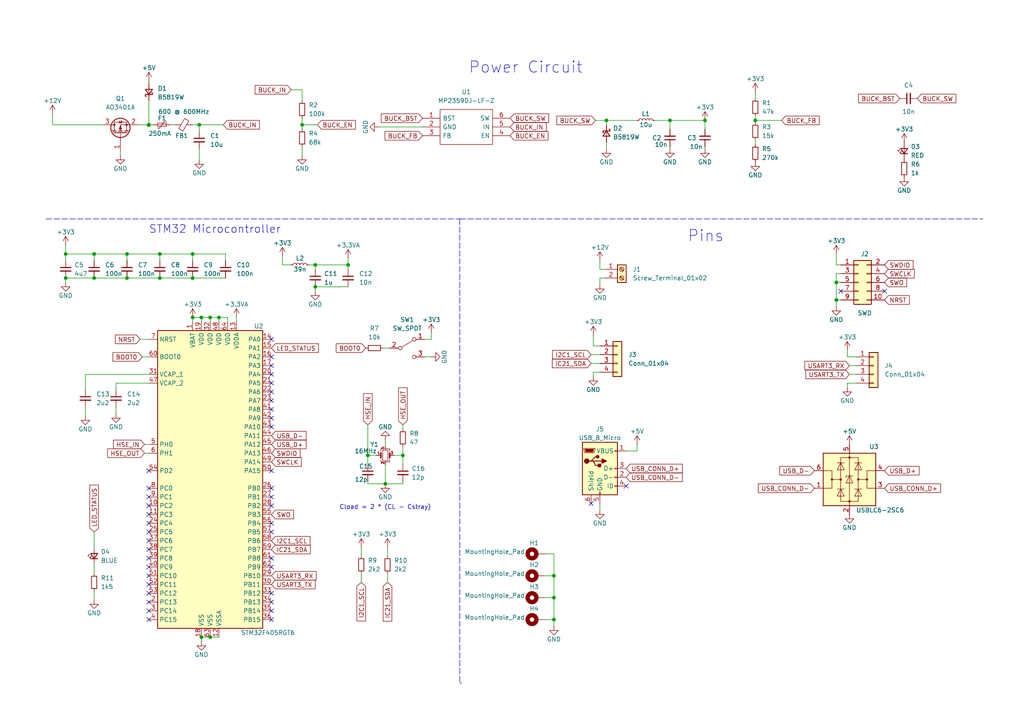
<source format=kicad_sch>
(kicad_sch (version 20211123) (generator eeschema)
  (paper "A4")
  (title_block (title "STM32F4 Board") (date "2022-04-20") (rev "v2.0") (company "M.Furkan"))
  (lib_symbols
    (symbol "Connector:Screw_Terminal_01x02" (pin_names (offset 1.016) hide)
      (property "Reference" "J" (at 0 2.54 0))
      (property "Value" "Screw_Terminal_01x02" (at 0 -5.08 0))
      (symbol "Screw_Terminal_01x02_1_1"
        (pin passive line (at -5.08 0 0) (length 3.81) (name "Pin_1") (number "1"))
        (pin passive line (at -5.08 -2.54 0) (length 3.81) (name "Pin_2") (number "2"))
      )
    )
    (symbol "Connector:USB_B_Micro" (pin_names (offset 1.016))
      (property "Reference" "J" (at -5.08 11.43 0))
      (property "Value" "USB_B_Micro" (at -5.08 8.89 0))
      (symbol "USB_B_Micro_1_1"
        (pin power_out line (at 7.62 5.08 180) (length 2.54) (name "VBUS") (number "1"))
        (pin bidirectional line (at 7.62 -2.54 180) (length 2.54) (name "D-") (number "2"))
        (pin bidirectional line (at 7.62 0 180) (length 2.54) (name "D+") (number "3"))
        (pin passive line (at 7.62 -5.08 180) (length 2.54) (name "ID") (number "4"))
        (pin power_out line (at 0 -10.16 90) (length 2.54) (name "GND") (number "5"))
        (pin passive line (at -2.54 -10.16 90) (length 2.54) (name "Shield") (number "6"))
      )
    )
    (symbol "Connector_Generic:Conn_01x04" (pin_names (offset 1.016) hide)
      (property "Reference" "J" (at 0 5.08 0))
      (property "Value" "Conn_01x04" (at 0 -7.62 0))
      (symbol "Conn_01x04_1_1"
        (pin passive line (at -5.08 2.54 0) (length 3.81) (name "Pin_1") (number "1"))
        (pin passive line (at -5.08 0 0) (length 3.81) (name "Pin_2") (number "2"))
        (pin passive line (at -5.08 -2.54 0) (length 3.81) (name "Pin_3") (number "3"))
        (pin passive line (at -5.08 -5.08 0) (length 3.81) (name "Pin_4") (number "4"))
      )
    )
    (symbol "Connector_Generic:Conn_02x05_Odd_Even" (pin_names (offset 1.016) hide)
      (property "Reference" "J" (at 1.27 7.62 0))
      (property "Value" "Conn_02x05_Odd_Even" (at 1.27 -7.62 0))
      (symbol "Conn_02x05_Odd_Even_1_1"
        (pin passive line (at -5.08 5.08 0) (length 3.81) (name "Pin_1") (number "1"))
        (pin passive line (at 7.62 -5.08 180) (length 3.81) (name "Pin_10") (number "10"))
        (pin passive line (at 7.62 5.08 180) (length 3.81) (name "Pin_2") (number "2"))
        (pin passive line (at -5.08 2.54 0) (length 3.81) (name "Pin_3") (number "3"))
        (pin passive line (at 7.62 2.54 180) (length 3.81) (name "Pin_4") (number "4"))
        (pin passive line (at -5.08 0 0) (length 3.81) (name "Pin_5") (number "5"))
        (pin passive line (at 7.62 0 180) (length 3.81) (name "Pin_6") (number "6"))
        (pin passive line (at -5.08 -2.54 0) (length 3.81) (name "Pin_7") (number "7"))
        (pin passive line (at 7.62 -2.54 180) (length 3.81) (name "Pin_8") (number "8"))
        (pin passive line (at -5.08 -5.08 0) (length 3.81) (name "Pin_9") (number "9"))
      )
    )
    (symbol "Device:C_Small" (pin_numbers hide) (pin_names (offset 0.254) hide)
      (property "Reference" "C" (at 0.254 1.778 0))
      (property "Value" "C_Small" (at 0.254 -2.032 0))
      (symbol "C_Small_1_1"
        (pin passive line (at 0 2.54 270) (length 2.032) (name "~") (number "1"))
        (pin passive line (at 0 -2.54 90) (length 2.032) (name "~") (number "2"))
      )
    )
    (symbol "Device:Crystal_GND24_Small" (pin_names (offset 1.016) hide)
      (property "Reference" "Y" (at 1.27 4.445 0))
      (property "Value" "Crystal_GND24_Small" (at 1.27 2.54 0))
      (symbol "Crystal_GND24_Small_1_1"
        (pin passive line (at -2.54 0 0) (length 1.27) (name "1") (number "1"))
        (pin passive line (at 0 -2.54 90) (length 0.635) (name "2") (number "2"))
        (pin passive line (at 2.54 0 180) (length 1.27) (name "3") (number "3"))
        (pin passive line (at 0 2.54 270) (length 0.635) (name "4") (number "4"))
      )
    )
    (symbol "Device:D_Schottky_Small" (pin_numbers hide) (pin_names (offset 0.254) hide)
      (property "Reference" "D" (at -1.27 2.032 0))
      (property "Value" "D_Schottky_Small" (at -7.112 -2.032 0))
      (symbol "D_Schottky_Small_1_1"
        (pin passive line (at -2.54 0 0) (length 1.778) (name "K") (number "1"))
        (pin passive line (at 2.54 0 180) (length 1.778) (name "A") (number "2"))
      )
    )
    (symbol "Device:FerriteBead_Small" (pin_numbers hide) (pin_names (offset 0))
      (property "Reference" "FB" (at 1.905 1.27 0))
      (property "Value" "FerriteBead_Small" (at 1.905 -1.27 0))
      (symbol "FerriteBead_Small_1_1"
        (pin passive line (at 0 2.54 270) (length 1.27) (name "~") (number "1"))
        (pin passive line (at 0 -2.54 90) (length 1.27) (name "~") (number "2"))
      )
    )
    (symbol "Device:LED_Small" (pin_numbers hide) (pin_names (offset 0.254) hide)
      (property "Reference" "D" (at -1.27 3.175 0))
      (property "Value" "LED_Small" (at -4.445 -2.54 0))
      (symbol "LED_Small_1_1"
        (pin passive line (at -2.54 0 0) (length 1.778) (name "K") (number "1"))
        (pin passive line (at 2.54 0 180) (length 1.778) (name "A") (number "2"))
      )
    )
    (symbol "Device:L_Small" (pin_numbers hide) (pin_names (offset 0.254) hide)
      (property "Reference" "L" (at 0.762 1.016 0))
      (property "Value" "L_Small" (at 0.762 -1.016 0))
      (symbol "L_Small_1_1"
        (pin passive line (at 0 2.54 270) (length 0.508) (name "~") (number "1"))
        (pin passive line (at 0 -2.54 90) (length 0.508) (name "~") (number "2"))
      )
    )
    (symbol "Device:Polyfuse_Small" (pin_numbers hide) (pin_names (offset 0))
      (property "Reference" "F" (at -1.905 0 90))
      (property "Value" "Polyfuse_Small" (at 1.905 0 90))
      (symbol "Polyfuse_Small_1_1"
        (pin passive line (at 0 2.54 270) (length 0.635) (name "~") (number "1"))
        (pin passive line (at 0 -2.54 90) (length 0.635) (name "~") (number "2"))
      )
    )
    (symbol "Device:R_Small" (pin_numbers hide) (pin_names (offset 0.254) hide)
      (property "Reference" "R" (at 0.762 0.508 0))
      (property "Value" "R_Small" (at 0.762 -1.016 0))
      (symbol "R_Small_1_1"
        (pin passive line (at 0 2.54 270) (length 0.762) (name "~") (number "1"))
        (pin passive line (at 0 -2.54 90) (length 0.762) (name "~") (number "2"))
      )
    )
    (symbol "MCU_ST_STM32F4:STM32F405RGTx"
      (property "Reference" "U" (at -15.24 44.45 0))
      (property "Value" "STM32F405RGTx" (at 10.16 44.45 0))
      (symbol "STM32F405RGTx_1_1"
        (pin power_in line (at -5.08 45.72 270) (length 2.54) (name "VBAT") (number "1"))
        (pin bidirectional line (at -17.78 -7.62 0) (length 2.54) (name "PC2") (number "10"))
        (pin bidirectional line (at -17.78 -10.16 0) (length 2.54) (name "PC3") (number "11"))
        (pin power_in line (at 2.54 -45.72 90) (length 2.54) (name "VSSA") (number "12"))
        (pin power_in line (at 7.62 45.72 270) (length 2.54) (name "VDDA") (number "13"))
        (pin bidirectional line (at 17.78 40.64 180) (length 2.54) (name "PA0") (number "14"))
        (pin bidirectional line (at 17.78 38.1 180) (length 2.54) (name "PA1") (number "15"))
        (pin bidirectional line (at 17.78 35.56 180) (length 2.54) (name "PA2") (number "16"))
        (pin bidirectional line (at 17.78 33.02 180) (length 2.54) (name "PA3") (number "17"))
        (pin power_in line (at -2.54 -45.72 90) (length 2.54) (name "VSS") (number "18"))
        (pin power_in line (at -2.54 45.72 270) (length 2.54) (name "VDD") (number "19"))
        (pin bidirectional line (at -17.78 -35.56 0) (length 2.54) (name "PC13") (number "2"))
        (pin bidirectional line (at 17.78 30.48 180) (length 2.54) (name "PA4") (number "20"))
        (pin bidirectional line (at 17.78 27.94 180) (length 2.54) (name "PA5") (number "21"))
        (pin bidirectional line (at 17.78 25.4 180) (length 2.54) (name "PA6") (number "22"))
        (pin bidirectional line (at 17.78 22.86 180) (length 2.54) (name "PA7") (number "23"))
        (pin bidirectional line (at -17.78 -12.7 0) (length 2.54) (name "PC4") (number "24"))
        (pin bidirectional line (at -17.78 -15.24 0) (length 2.54) (name "PC5") (number "25"))
        (pin bidirectional line (at 17.78 -2.54 180) (length 2.54) (name "PB0") (number "26"))
        (pin bidirectional line (at 17.78 -5.08 180) (length 2.54) (name "PB1") (number "27"))
        (pin bidirectional line (at 17.78 -7.62 180) (length 2.54) (name "PB2") (number "28"))
        (pin bidirectional line (at 17.78 -27.94 180) (length 2.54) (name "PB10") (number "29"))
        (pin bidirectional line (at -17.78 -38.1 0) (length 2.54) (name "PC14") (number "3"))
        (pin bidirectional line (at 17.78 -30.48 180) (length 2.54) (name "PB11") (number "30"))
        (pin power_in line (at -17.78 30.48 0) (length 2.54) (name "VCAP_1") (number "31"))
        (pin power_in line (at 0 45.72 270) (length 2.54) (name "VDD") (number "32"))
        (pin bidirectional line (at 17.78 -33.02 180) (length 2.54) (name "PB12") (number "33"))
        (pin bidirectional line (at 17.78 -35.56 180) (length 2.54) (name "PB13") (number "34"))
        (pin bidirectional line (at 17.78 -38.1 180) (length 2.54) (name "PB14") (number "35"))
        (pin bidirectional line (at 17.78 -40.64 180) (length 2.54) (name "PB15") (number "36"))
        (pin bidirectional line (at -17.78 -17.78 0) (length 2.54) (name "PC6") (number "37"))
        (pin bidirectional line (at -17.78 -20.32 0) (length 2.54) (name "PC7") (number "38"))
        (pin bidirectional line (at -17.78 -22.86 0) (length 2.54) (name "PC8") (number "39"))
        (pin bidirectional line (at -17.78 -40.64 0) (length 2.54) (name "PC15") (number "4"))
        (pin bidirectional line (at -17.78 -25.4 0) (length 2.54) (name "PC9") (number "40"))
        (pin bidirectional line (at 17.78 20.32 180) (length 2.54) (name "PA8") (number "41"))
        (pin bidirectional line (at 17.78 17.78 180) (length 2.54) (name "PA9") (number "42"))
        (pin bidirectional line (at 17.78 15.24 180) (length 2.54) (name "PA10") (number "43"))
        (pin bidirectional line (at 17.78 12.7 180) (length 2.54) (name "PA11") (number "44"))
        (pin bidirectional line (at 17.78 10.16 180) (length 2.54) (name "PA12") (number "45"))
        (pin bidirectional line (at 17.78 7.62 180) (length 2.54) (name "PA13") (number "46"))
        (pin power_in line (at -17.78 27.94 0) (length 2.54) (name "VCAP_2") (number "47"))
        (pin power_in line (at 2.54 45.72 270) (length 2.54) (name "VDD") (number "48"))
        (pin bidirectional line (at 17.78 5.08 180) (length 2.54) (name "PA14") (number "49"))
        (pin input line (at -17.78 10.16 0) (length 2.54) (name "PH0") (number "5"))
        (pin bidirectional line (at 17.78 2.54 180) (length 2.54) (name "PA15") (number "50"))
        (pin bidirectional line (at -17.78 -27.94 0) (length 2.54) (name "PC10") (number "51"))
        (pin bidirectional line (at -17.78 -30.48 0) (length 2.54) (name "PC11") (number "52"))
        (pin bidirectional line (at -17.78 -33.02 0) (length 2.54) (name "PC12") (number "53"))
        (pin bidirectional line (at -17.78 2.54 0) (length 2.54) (name "PD2") (number "54"))
        (pin bidirectional line (at 17.78 -10.16 180) (length 2.54) (name "PB3") (number "55"))
        (pin bidirectional line (at 17.78 -12.7 180) (length 2.54) (name "PB4") (number "56"))
        (pin bidirectional line (at 17.78 -15.24 180) (length 2.54) (name "PB5") (number "57"))
        (pin bidirectional line (at 17.78 -17.78 180) (length 2.54) (name "PB6") (number "58"))
        (pin bidirectional line (at 17.78 -20.32 180) (length 2.54) (name "PB7") (number "59"))
        (pin input line (at -17.78 7.62 0) (length 2.54) (name "PH1") (number "6"))
        (pin input line (at -17.78 35.56 0) (length 2.54) (name "BOOT0") (number "60"))
        (pin bidirectional line (at 17.78 -22.86 180) (length 2.54) (name "PB8") (number "61"))
        (pin bidirectional line (at 17.78 -25.4 180) (length 2.54) (name "PB9") (number "62"))
        (pin power_in line (at 0 -45.72 90) (length 2.54) (name "VSS") (number "63"))
        (pin power_in line (at 5.08 45.72 270) (length 2.54) (name "VDD") (number "64"))
        (pin input line (at -17.78 40.64 0) (length 2.54) (name "NRST") (number "7"))
        (pin bidirectional line (at -17.78 -2.54 0) (length 2.54) (name "PC0") (number "8"))
        (pin bidirectional line (at -17.78 -5.08 0) (length 2.54) (name "PC1") (number "9"))
      )
    )
    (symbol "Mechanical:MountingHole_Pad" (pin_numbers hide) (pin_names (offset 1.016) hide)
      (property "Reference" "H" (at 0 6.35 0))
      (property "Value" "MountingHole_Pad" (at 0 4.445 0))
      (symbol "MountingHole_Pad_1_1"
        (pin input line (at 0 -2.54 90) (length 2.54) (name "1") (number "1"))
      )
    )
    (symbol "Power_Protection:USBLC6-2SC6" (pin_names hide)
      (property "Reference" "U" (at 2.54 8.89 0))
      (property "Value" "USBLC6-2SC6" (at 2.54 -8.89 0))
      (symbol "USBLC6-2SC6_1_1"
        (pin passive line (at -10.16 -2.54 0) (length 2.54) (name "I/O1") (number "1"))
        (pin passive line (at 0 -10.16 90) (length 2.54) (name "GND") (number "2"))
        (pin passive line (at 10.16 -2.54 180) (length 2.54) (name "I/O2") (number "3"))
        (pin passive line (at 10.16 2.54 180) (length 2.54) (name "I/O2") (number "4"))
        (pin passive line (at 0 10.16 270) (length 2.54) (name "VBUS") (number "5"))
        (pin passive line (at -10.16 2.54 0) (length 2.54) (name "I/O1") (number "6"))
      )
    )
    (symbol "SamacSys_Parts:MP2359DJ-LF-Z" (pin_names (offset 0.762))
      (property "Reference" "IC" (at 21.59 7.62 0))
      (property "Value" "MP2359DJ-LF-Z" (at 21.59 5.08 0))
      (symbol "MP2359DJ-LF-Z_0_0"
        (pin passive line (at 0 0 0) (length 5.08) (name "BST") (number "1"))
        (pin passive line (at 0 -2.54 0) (length 5.08) (name "GND") (number "2"))
        (pin passive line (at 0 -5.08 0) (length 5.08) (name "FB") (number "3"))
        (pin passive line (at 25.4 -5.08 180) (length 5.08) (name "EN") (number "4"))
        (pin passive line (at 25.4 -2.54 180) (length 5.08) (name "IN") (number "5"))
        (pin passive line (at 25.4 0 180) (length 5.08) (name "SW") (number "6"))
      )
    )
    (symbol "Switch:SW_SPDT" (pin_names (offset 0) hide)
      (property "Reference" "SW" (at 0 4.318 0))
      (property "Value" "SW_SPDT" (at 0 -5.08 0))
      (symbol "SW_SPDT_1_1"
        (pin passive line (at 5.08 2.54 180) (length 2.54) (name "A") (number "1"))
        (pin passive line (at -5.08 0 0) (length 2.54) (name "B") (number "2"))
        (pin passive line (at 5.08 -2.54 180) (length 2.54) (name "C") (number "3"))
      )
    )
    (symbol "Transistor_FET:AO3401A" (pin_names hide)
      (property "Reference" "Q" (at 5.08 1.905 0))
      (property "Value" "AO3401A" (at 5.08 0 0))
      (symbol "AO3401A_1_1"
        (pin input line (at -5.08 0 0) (length 2.54) (name "G") (number "1"))
        (pin passive line (at 2.54 -5.08 90) (length 2.54) (name "S") (number "2"))
        (pin passive line (at 2.54 5.08 270) (length 2.54) (name "D") (number "3"))
      )
    )
    (symbol "power:+12V" (power) (pin_names (offset 0))
      (property "Value" "+12V" (at 0 3.556 0))
      (symbol "+12V_1_1"
        (pin power_in line (at 0 0 90) (length 0) hide (name "+12V") (number "1"))
      )
    )
    (symbol "power:+3.3V" (power) (pin_names (offset 0))
      (property "Value" "+3.3V" (at 0 3.556 0))
      (symbol "+3.3V_1_1"
        (pin power_in line (at 0 0 90) (length 0) hide (name "+3V3") (number "1"))
      )
    )
    (symbol "power:+3.3VA" (power) (pin_names (offset 0))
      (property "Value" "+3.3VA" (at 0 3.556 0))
      (symbol "+3.3VA_1_1"
        (pin power_in line (at 0 0 90) (length 0) hide (name "+3.3VA") (number "1"))
      )
    )
    (symbol "power:+5V" (power) (pin_names (offset 0))
      (property "Value" "+5V" (at 0 3.556 0))
      (symbol "+5V_1_1"
        (pin power_in line (at 0 0 90) (length 0) hide (name "+5V") (number "1"))
      )
    )
    (symbol "power:GND" (power) (pin_names (offset 0))
      (property "Value" "GND" (at 0 -3.81 0))
      (symbol "GND_1_1"
        (pin power_in line (at 0 0 270) (length 0) hide (name "GND") (number "1"))
      )
    )
  )
  (junction (at 175.895 34.925))
  (junction (at 106.68 132.08))
  (junction (at 43.1292 36.2712))
  (junction (at 58.42 92.075))
  (junction (at 242.57 86.995))
  (junction (at 87.63 36.195))
  (junction (at 36.83 80.645))
  (junction (at 27.305 73.66))
  (junction (at 204.47 34.925))
  (junction (at 43.18 36.195))
  (junction (at 19.05 80.645))
  (junction (at 160.655 179.705))
  (junction (at 57.785 36.195))
  (junction (at 46.355 80.645))
  (junction (at 116.84 132.08))
  (junction (at 160.655 167.005))
  (junction (at 160.655 173.355))
  (junction (at 63.5 92.075))
  (junction (at 60.96 184.785))
  (junction (at 219.075 34.925))
  (junction (at 91.44 76.835))
  (junction (at 242.57 81.915))
  (junction (at 60.96 92.075))
  (junction (at 111.76 140.335))
  (junction (at 194.31 34.925))
  (junction (at 27.305 80.645))
  (junction (at 100.965 76.835))
  (junction (at 55.88 73.66))
  (junction (at 43.1292 36.2204))
  (junction (at 55.88 80.645))
  (junction (at 58.42 184.785))
  (junction (at 46.355 73.66))
  (junction (at 36.83 73.66))
  (junction (at 91.44 83.185))
  (junction (at 55.88 92.075))
  (junction (at 19.05 73.66))
  (no_connect (at 43.18 164.465))
  (no_connect (at 78.74 106.045))
  (no_connect (at 78.74 103.505))
  (no_connect (at 78.74 116.205))
  (no_connect (at 78.74 118.745))
  (no_connect (at 78.74 113.665))
  (no_connect (at 78.74 123.825))
  (no_connect (at 78.74 121.285))
  (no_connect (at 78.74 111.125))
  (no_connect (at 78.74 108.585))
  (no_connect (at 43.18 136.525))
  (no_connect (at 78.74 177.165))
  (no_connect (at 78.74 172.085))
  (no_connect (at 78.74 174.625))
  (no_connect (at 78.74 179.705))
  (no_connect (at 78.74 136.525))
  (no_connect (at 78.74 146.685))
  (no_connect (at 78.74 144.145))
  (no_connect (at 78.74 141.605))
  (no_connect (at 78.74 161.925))
  (no_connect (at 78.74 164.465))
  (no_connect (at 43.18 149.225))
  (no_connect (at 43.18 154.305))
  (no_connect (at 78.74 151.765))
  (no_connect (at 78.74 154.305))
  (no_connect (at 181.61 140.97))
  (no_connect (at 43.18 156.845))
  (no_connect (at 171.45 146.05))
  (no_connect (at 43.18 179.705))
  (no_connect (at 43.18 159.385))
  (no_connect (at 43.18 151.765))
  (no_connect (at 43.18 169.545))
  (no_connect (at 43.18 146.685))
  (no_connect (at 43.18 161.925))
  (no_connect (at 256.54 84.455))
  (no_connect (at 43.18 167.005))
  (no_connect (at 43.18 144.145))
  (no_connect (at 43.18 177.165))
  (no_connect (at 78.74 98.425))
  (no_connect (at 243.84 84.455))
  (no_connect (at 43.18 174.625))
  (no_connect (at 43.18 172.085))
  (no_connect (at 43.18 141.605))
  (wire (pts (xy 27.305 163.83) (xy 27.305 166.37)))
  (wire (pts (xy 194.31 34.925) (xy 204.47 34.925)))
  (wire (pts (xy 91.44 83.185) (xy 91.44 84.455)))
  (wire (pts (xy 242.57 73.66) (xy 242.57 76.835)))
  (wire (pts (xy 57.785 38.1) (xy 57.785 36.195)))
  (wire (pts (xy 58.42 184.785) (xy 60.96 184.785)))
  (wire (pts (xy 116.84 129.54) (xy 116.84 132.08)))
  (wire (pts (xy 27.305 154.305) (xy 27.305 158.75)))
  (wire (pts (xy 36.83 80.645) (xy 46.355 80.645)))
  (wire (pts (xy 33.655 113.03) (xy 33.655 111.125)))
  (wire (pts (xy 19.05 71.12) (xy 19.05 73.66)))
  (wire (pts (xy 58.42 92.075) (xy 60.96 92.075)))
  (wire (pts (xy 43.1292 36.2204) (xy 43.1292 36.2712)))
  (wire (pts (xy 246.38 106.045) (xy 248.285 106.045)))
  (wire (pts (xy 116.84 134.62) (xy 116.84 132.08)))
  (wire (pts (xy 242.57 88.9) (xy 242.57 86.995)))
  (wire (pts (xy 160.655 160.655) (xy 160.655 167.005)))
  (wire (pts (xy 63.5 92.075) (xy 66.04 92.075)))
  (wire (pts (xy 43.18 23.495) (xy 43.18 24.13)))
  (wire (pts (xy 55.88 92.075) (xy 58.42 92.075)))
  (wire (pts (xy 66.04 92.075) (xy 66.04 93.345)))
  (wire (pts (xy 58.42 184.785) (xy 58.42 186.055)))
  (wire (pts (xy 173.99 146.05) (xy 173.99 147.955)))
  (wire (pts (xy 245.745 103.505) (xy 248.285 103.505)))
  (wire (pts (xy 160.655 167.005) (xy 160.655 173.355)))
  (wire (pts (xy 106.68 139.7) (xy 106.68 140.335)))
  (wire (pts (xy 160.655 179.705) (xy 158.115 179.705)))
  (wire (pts (xy 40.64 98.425) (xy 43.18 98.425)))
  (wire (pts (xy 184.785 128.905) (xy 184.785 130.81)))
  (wire (pts (xy 55.88 92.075) (xy 55.88 93.345)))
  (wire (pts (xy 175.895 41.275) (xy 175.895 43.18)))
  (wire (pts (xy 60.96 92.075) (xy 63.5 92.075)))
  (wire (pts (xy 172.085 100.33) (xy 173.99 100.33)))
  (wire (pts (xy 219.075 33.655) (xy 219.075 34.925)))
  (wire (pts (xy 57.785 43.18) (xy 57.785 46.355)))
  (wire (pts (xy 158.115 160.655) (xy 160.655 160.655)))
  (wire (pts (xy 87.63 26.035) (xy 84.455 26.035)))
  (wire (pts (xy 175.895 34.925) (xy 172.72 34.925)))
  (wire (pts (xy 242.57 79.375) (xy 242.57 81.915)))
  (wire (pts (xy 15.24 33.02) (xy 15.24 36.195)))
  (wire (pts (xy 204.47 37.465) (xy 204.47 34.925)))
  (wire (pts (xy 173.99 75.565) (xy 173.99 78.105)))
  (wire (pts (xy 81.915 76.835) (xy 84.455 76.835)))
  (wire (pts (xy 116.84 123.19) (xy 116.84 124.46)))
  (wire (pts (xy 171.45 105.41) (xy 173.99 105.41)))
  (polyline (pts (xy 133.35 198.12) (xy 133.985 198.12)))
  (wire (pts (xy 65.405 73.66) (xy 65.405 75.565)))
  (wire (pts (xy 123.19 103.505) (xy 125.095 103.505)))
  (wire (pts (xy 63.5 92.075) (xy 63.5 93.345)))
  (wire (pts (xy 175.895 36.195) (xy 175.895 34.925)))
  (wire (pts (xy 175.895 34.925) (xy 184.785 34.925)))
  (wire (pts (xy 46.355 80.645) (xy 55.88 80.645)))
  (wire (pts (xy 40.005 36.195) (xy 43.18 36.195)))
  (wire (pts (xy 184.785 130.81) (xy 181.61 130.81)))
  (wire (pts (xy 219.075 26.67) (xy 219.075 28.575)))
  (wire (pts (xy 19.05 75.565) (xy 19.05 73.66)))
  (wire (pts (xy 87.63 36.195) (xy 87.63 37.465)))
  (wire (pts (xy 68.58 92.075) (xy 68.58 93.345)))
  (wire (pts (xy 160.655 173.355) (xy 160.655 179.705)))
  (wire (pts (xy 60.96 184.785) (xy 63.5 184.785)))
  (wire (pts (xy 243.84 79.375) (xy 242.57 79.375)))
  (wire (pts (xy 175.26 78.105) (xy 173.99 78.105)))
  (wire (pts (xy 60.96 92.075) (xy 60.96 93.345)))
  (wire (pts (xy 219.075 34.925) (xy 226.695 34.925)))
  (wire (pts (xy 100.965 78.105) (xy 100.965 76.835)))
  (wire (pts (xy 125.095 98.425) (xy 123.19 98.425)))
  (wire (pts (xy 172.085 97.155) (xy 172.085 100.33)))
  (wire (pts (xy 43.18 29.21) (xy 43.18 36.195)))
  (wire (pts (xy 41.91 128.905) (xy 43.18 128.905)))
  (wire (pts (xy 160.655 179.705) (xy 160.655 181.61)))
  (wire (pts (xy 55.88 73.66) (xy 55.88 75.565)))
  (wire (pts (xy 111.125 100.965) (xy 113.03 100.965)))
  (wire (pts (xy 173.99 107.95) (xy 172.085 107.95)))
  (wire (pts (xy 245.745 101.6) (xy 245.745 103.505)))
  (wire (pts (xy 46.355 75.565) (xy 46.355 73.66)))
  (polyline (pts (xy 133.35 63.5) (xy 285.115 63.5)))
  (wire (pts (xy 87.63 36.195) (xy 87.63 34.29)))
  (wire (pts (xy 158.115 167.005) (xy 160.655 167.005)))
  (wire (pts (xy 36.83 73.66) (xy 46.355 73.66)))
  (wire (pts (xy 194.31 42.545) (xy 194.31 43.18)))
  (wire (pts (xy 27.305 171.45) (xy 27.305 173.99)))
  (wire (pts (xy 92.075 36.195) (xy 87.63 36.195)))
  (wire (pts (xy 112.395 166.37) (xy 112.395 168.91)))
  (wire (pts (xy 245.745 111.125) (xy 245.745 112.395)))
  (wire (pts (xy 219.075 40.64) (xy 219.075 41.91)))
  (wire (pts (xy 173.99 80.645) (xy 175.26 80.645)))
  (wire (pts (xy 173.99 82.55) (xy 173.99 80.645)))
  (wire (pts (xy 58.42 92.075) (xy 58.42 93.345)))
  (wire (pts (xy 109.855 36.83) (xy 122.555 36.83)))
  (wire (pts (xy 55.88 73.66) (xy 65.405 73.66)))
  (wire (pts (xy 114.3 132.08) (xy 116.84 132.08)))
  (polyline (pts (xy 133.35 63.5) (xy 133.35 198.12)))
  (wire (pts (xy 104.775 158.75) (xy 104.775 161.29)))
  (wire (pts (xy 242.57 81.915) (xy 242.57 86.995)))
  (wire (pts (xy 112.395 158.75) (xy 112.395 161.29)))
  (wire (pts (xy 33.655 118.11) (xy 33.655 120.015)))
  (wire (pts (xy 43.18 36.195) (xy 44.45 36.195)))
  (wire (pts (xy 49.53 36.195) (xy 50.8 36.195)))
  (wire (pts (xy 46.355 73.66) (xy 55.88 73.66)))
  (wire (pts (xy 57.785 36.195) (xy 64.77 36.195)))
  (wire (pts (xy 91.44 78.105) (xy 91.44 76.835)))
  (wire (pts (xy 91.44 76.835) (xy 89.535 76.835)))
  (wire (pts (xy 19.05 73.66) (xy 27.305 73.66)))
  (wire (pts (xy 24.765 113.03) (xy 24.765 108.585)))
  (wire (pts (xy 100.965 76.835) (xy 91.44 76.835)))
  (polyline (pts (xy 13.335 63.5) (xy 133.35 63.5)))
  (wire (pts (xy 27.305 73.66) (xy 36.83 73.66)))
  (wire (pts (xy 24.765 118.11) (xy 24.765 120.65)))
  (wire (pts (xy 172.085 107.95) (xy 172.085 109.22)))
  (wire (pts (xy 106.68 123.19) (xy 106.68 132.08)))
  (wire (pts (xy 111.76 127.635) (xy 111.76 129.54)))
  (wire (pts (xy 41.275 103.505) (xy 43.18 103.505)))
  (wire (pts (xy 171.45 102.87) (xy 173.99 102.87)))
  (wire (pts (xy 27.305 75.565) (xy 27.305 73.66)))
  (wire (pts (xy 41.91 131.445) (xy 43.18 131.445)))
  (wire (pts (xy 243.84 81.915) (xy 242.57 81.915)))
  (wire (pts (xy 87.63 42.545) (xy 87.63 45.085)))
  (wire (pts (xy 100.965 74.93) (xy 100.965 76.835)))
  (wire (pts (xy 194.31 37.465) (xy 194.31 34.925)))
  (wire (pts (xy 34.925 43.815) (xy 34.925 45.085)))
  (wire (pts (xy 33.655 111.125) (xy 43.18 111.125)))
  (wire (pts (xy 111.76 134.62) (xy 111.76 140.335)))
  (wire (pts (xy 125.095 96.52) (xy 125.095 98.425)))
  (wire (pts (xy 111.76 140.335) (xy 106.68 140.335)))
  (wire (pts (xy 242.57 86.995) (xy 243.84 86.995)))
  (wire (pts (xy 158.115 173.355) (xy 160.655 173.355)))
  (wire (pts (xy 246.38 108.585) (xy 248.285 108.585)))
  (wire (pts (xy 106.68 134.62) (xy 106.68 132.08)))
  (wire (pts (xy 242.57 76.835) (xy 243.84 76.835)))
  (wire (pts (xy 36.83 73.66) (xy 36.83 75.565)))
  (wire (pts (xy 204.47 42.545) (xy 204.47 43.18)))
  (wire (pts (xy 57.785 36.195) (xy 55.88 36.195)))
  (wire (pts (xy 116.84 139.7) (xy 116.84 140.335)))
  (wire (pts (xy 104.775 166.37) (xy 104.775 168.91)))
  (wire (pts (xy 248.285 111.125) (xy 245.745 111.125)))
  (wire (pts (xy 189.865 34.925) (xy 194.31 34.925)))
  (wire (pts (xy 87.63 29.21) (xy 87.63 26.035)))
  (wire (pts (xy 19.05 80.645) (xy 19.05 81.915)))
  (wire (pts (xy 27.305 80.645) (xy 19.05 80.645)))
  (wire (pts (xy 81.915 74.295) (xy 81.915 76.835)))
  (wire (pts (xy 15.24 36.195) (xy 29.845 36.195)))
  (wire (pts (xy 24.765 108.585) (xy 43.18 108.585)))
  (wire (pts (xy 106.68 132.08) (xy 109.22 132.08)))
  (wire (pts (xy 91.44 83.185) (xy 100.965 83.185)))
  (wire (pts (xy 116.84 140.335) (xy 111.76 140.335)))
  (wire (pts (xy 27.305 80.645) (xy 36.83 80.645)))
  (wire (pts (xy 55.88 80.645) (xy 65.405 80.645)))
  (wire (pts (xy 219.075 34.925) (xy 219.075 35.56)))
  (text "Cload = 2 * (CL - Cstray)" (at 98.425 147.955 0) (effects (font (size 1.27 1.27)) (justify left bottom)))
  (text "Pins" (at 199.39 70.485 0) (effects (font (size 3.27 3.27)) (justify left bottom)))
  (text "Power Circuit" (at 135.89 21.59 0) (effects (font (size 3.27 3.27)) (justify left bottom)))
  (text "STM32 Microcontroller" (at 43.18 67.945 0) (effects (font (size 2.27 2.27)) (justify left bottom)))
  (global_label "NRST" (shape input) (at 40.64 98.425 180) (property "Intersheet References" "${INTERSHEET_REFS}" (effects hide)))
  (global_label "HSE_IN" (shape input) (at 106.68 123.19 90) (property "Intersheet References" "${INTERSHEET_REFS}" (effects hide)))
  (global_label "USB_CONN_D-" (shape input) (at 181.61 138.43 0) (property "Intersheet References" "${INTERSHEET_REFS}" (effects hide)))
  (global_label "USART3_TX" (shape input) (at 78.74 169.545 0) (property "Intersheet References" "${INTERSHEET_REFS}" (effects hide)))
  (global_label "BUCK_FB" (shape input) (at 226.695 34.925 0) (property "Intersheet References" "${INTERSHEET_REFS}" (effects hide)))
  (global_label "IC21_SDA" (shape input) (at 171.45 105.41 180) (property "Intersheet References" "${INTERSHEET_REFS}" (effects hide)))
  (global_label "LED_STATUS" (shape input) (at 27.305 154.305 90) (property "Intersheet References" "${INTERSHEET_REFS}" (effects hide)))
  (global_label "SWCLK" (shape input) (at 78.74 133.985 0) (property "Intersheet References" "${INTERSHEET_REFS}" (effects hide)))
  (global_label "BUCK_FB" (shape input) (at 122.555 39.37 180) (property "Intersheet References" "${INTERSHEET_REFS}" (effects hide)))
  (global_label "NRST" (shape input) (at 256.54 86.995 0) (property "Intersheet References" "${INTERSHEET_REFS}" (effects hide)))
  (global_label "USB_CONN_D-" (shape input) (at 236.22 141.605 180) (property "Intersheet References" "${INTERSHEET_REFS}" (effects hide)))
  (global_label "BUCK_EN" (shape input) (at 92.075 36.195 0) (property "Intersheet References" "${INTERSHEET_REFS}" (effects hide)))
  (global_label "SWDIO" (shape input) (at 256.54 76.835 0) (property "Intersheet References" "${INTERSHEET_REFS}" (effects hide)))
  (global_label "I2C1_SCL" (shape input) (at 104.775 168.91 270) (property "Intersheet References" "${INTERSHEET_REFS}" (effects hide)))
  (global_label "I2C1_SCL" (shape input) (at 171.45 102.87 180) (property "Intersheet References" "${INTERSHEET_REFS}" (effects hide)))
  (global_label "BUCK_SW" (shape input) (at 147.955 34.29 0) (property "Intersheet References" "${INTERSHEET_REFS}" (effects hide)))
  (global_label "HSE_IN" (shape input) (at 41.91 128.905 180) (property "Intersheet References" "${INTERSHEET_REFS}" (effects hide)))
  (global_label "HSE_OUT" (shape input) (at 41.91 131.445 180) (property "Intersheet References" "${INTERSHEET_REFS}" (effects hide)))
  (global_label "BUCK_IN" (shape input) (at 64.77 36.195 0) (property "Intersheet References" "${INTERSHEET_REFS}" (effects hide)))
  (global_label "BUCK_IN" (shape input) (at 147.955 36.83 0) (property "Intersheet References" "${INTERSHEET_REFS}" (effects hide)))
  (global_label "USB_D+" (shape input) (at 256.54 136.525 0) (property "Intersheet References" "${INTERSHEET_REFS}" (effects hide)))
  (global_label "LED_STATUS" (shape input) (at 78.74 100.965 0) (property "Intersheet References" "${INTERSHEET_REFS}" (effects hide)))
  (global_label "BUCK_SW" (shape input) (at 172.72 34.925 180) (property "Intersheet References" "${INTERSHEET_REFS}" (effects hide)))
  (global_label "USB_D-" (shape input) (at 236.22 136.525 180) (property "Intersheet References" "${INTERSHEET_REFS}" (effects hide)))
  (global_label "USB_D-" (shape input) (at 78.74 126.365 0) (property "Intersheet References" "${INTERSHEET_REFS}" (effects hide)))
  (global_label "IC21_SDA" (shape input) (at 112.395 168.91 270) (property "Intersheet References" "${INTERSHEET_REFS}" (effects hide)))
  (global_label "USB_D+" (shape input) (at 78.74 128.905 0) (property "Intersheet References" "${INTERSHEET_REFS}" (effects hide)))
  (global_label "BOOT0" (shape input) (at 106.045 100.965 180) (property "Intersheet References" "${INTERSHEET_REFS}" (effects hide)))
  (global_label "SWO" (shape input) (at 78.74 149.225 0) (property "Intersheet References" "${INTERSHEET_REFS}" (effects hide)))
  (global_label "I2C1_SCL" (shape input) (at 78.74 156.845 0) (property "Intersheet References" "${INTERSHEET_REFS}" (effects hide)))
  (global_label "SWO" (shape input) (at 256.54 81.915 0) (property "Intersheet References" "${INTERSHEET_REFS}" (effects hide)))
  (global_label "USB_CONN_D+" (shape input) (at 181.61 135.89 0) (property "Intersheet References" "${INTERSHEET_REFS}" (effects hide)))
  (global_label "USART3_RX" (shape input) (at 78.74 167.005 0) (property "Intersheet References" "${INTERSHEET_REFS}" (effects hide)))
  (global_label "BUCK_EN" (shape input) (at 147.955 39.37 0) (property "Intersheet References" "${INTERSHEET_REFS}" (effects hide)))
  (global_label "USART3_RX" (shape input) (at 246.38 106.045 180) (property "Intersheet References" "${INTERSHEET_REFS}" (effects hide)))
  (global_label "SWCLK" (shape input) (at 256.54 79.375 0) (property "Intersheet References" "${INTERSHEET_REFS}" (effects hide)))
  (global_label "USART3_TX" (shape input) (at 246.38 108.585 180) (property "Intersheet References" "${INTERSHEET_REFS}" (effects hide)))
  (global_label "BOOT0" (shape input) (at 41.275 103.505 180) (property "Intersheet References" "${INTERSHEET_REFS}" (effects hide)))
  (global_label "BUCK_IN" (shape input) (at 84.455 26.035 180) (property "Intersheet References" "${INTERSHEET_REFS}" (effects hide)))
  (global_label "BUCK_SW" (shape input) (at 266.065 28.575 0) (property "Intersheet References" "${INTERSHEET_REFS}" (effects hide)))
  (global_label "HSE_OUT" (shape input) (at 116.84 123.19 90) (property "Intersheet References" "${INTERSHEET_REFS}" (effects hide)))
  (global_label "SWDIO" (shape input) (at 78.74 131.445 0) (property "Intersheet References" "${INTERSHEET_REFS}" (effects hide)))
  (global_label "BUCK_BST" (shape input) (at 122.555 34.29 180) (property "Intersheet References" "${INTERSHEET_REFS}" (effects hide)))
  (global_label "BUCK_BST" (shape input) (at 260.985 28.575 180) (property "Intersheet References" "${INTERSHEET_REFS}" (effects hide)))
  (global_label "IC21_SDA" (shape input) (at 78.74 159.385 0) (property "Intersheet References" "${INTERSHEET_REFS}" (effects hide)))
  (global_label "USB_CONN_D+" (shape input) (at 256.54 141.605 0) (property "Intersheet References" "${INTERSHEET_REFS}" (effects hide)))
  (symbol (lib_id "power:GND") (at 91.44 84.455 0) (unit 1)
    (property "Reference" "#PWR022" (effects hide))
    (property "Value" "GND" (at 91.44 88.265 0))
  )
  (symbol (lib_id "power:+3.3VA") (at 68.58 92.075 0) (unit 1)
    (property "Reference" "#PWR025" (effects hide))
    (property "Value" "+3.3VA" (at 68.58 88.265 0))
  )
  (symbol (lib_id "power:+3.3V") (at 125.095 96.52 0) (unit 1)
    (property "Reference" "#PWR026" (effects hide))
    (property "Value" "+3.3V" (at 125.095 92.71 0))
  )
  (symbol (lib_id "Device:LED_Small") (at 262.255 43.815 90) (unit 1)
    (property "Reference" "D3" (at 264.16 42.545 90) (effects (justify right)))
    (property "Value" "RED" (at 264.16 45.085 90) (effects (justify right)))
    (property "Footprint" "LED_SMD:LED_0603_1608Metric" (effects hide))
  )
  (symbol (lib_id "power:+5V") (at 246.38 128.905 0) (unit 1)
    (property "Reference" "#PWR036" (effects hide))
    (property "Value" "+5V" (at 246.38 125.095 0))
  )
  (symbol (lib_id "Device:R_Small") (at 87.63 31.75 180) (unit 1)
    (property "Reference" "R2" (at 89.535 30.48 0) (effects (justify right)))
    (property "Value" "100k" (at 89.535 33.02 0) (effects (justify right)))
    (property "Footprint" "Resistor_SMD:R_0603_1608Metric" (effects hide))
  )
  (symbol (lib_id "Device:FerriteBead_Small") (at 53.34 36.195 90) (unit 1)
    (property "Reference" "FB1" (at 52.705 39.37 90))
    (property "Value" "600 @ 600MHz" (at 53.3019 32.385 90))
    (property "Footprint" "Inductor_SMD:L_0805_2012Metric" (effects hide))
  )
  (symbol (lib_id "Device:R_Small") (at 219.075 31.115 180) (unit 1)
    (property "Reference" "R1" (at 220.98 29.845 0) (effects (justify right)))
    (property "Value" "47k" (at 220.98 32.385 0) (effects (justify right)))
    (property "Footprint" "Resistor_SMD:R_0603_1608Metric" (effects hide))
  )
  (symbol (lib_id "power:+3.3V") (at 81.915 74.295 0) (unit 1)
    (property "Reference" "#PWR017" (effects hide))
    (property "Value" "+3.3V" (at 81.915 70.485 0))
  )
  (symbol (lib_id "Device:R_Small") (at 116.84 127 180) (unit 1)
    (property "Reference" "R8" (at 118.745 125.7299 0) (effects (justify right)))
    (property "Value" "47" (at 118.745 128.2699 0) (effects (justify right)))
    (property "Footprint" "Resistor_SMD:R_0402_1005Metric" (effects hide))
  )
  (symbol (lib_id "Device:C_Small") (at 36.83 78.105 0) (unit 1)
    (property "Reference" "C7" (at 40.005 76.8412 0) (effects (justify left)))
    (property "Value" "100n" (at 40.005 79.3812 0) (effects (justify left)))
    (property "Footprint" "Capacitor_SMD:C_0402_1005Metric" (effects hide))
  )
  (symbol (lib_id "MCU_ST_STM32F4:STM32F405RGTx") (at 60.96 139.065 0) (unit 1)
    (property "Reference" "U2" (at 73.66 94.615 0) (effects (justify left)))
    (property "Value" "STM32F405RGT6" (at 69.85 183.515 0) (effects (justify left)))
    (property "Footprint" "Package_QFP:LQFP-64_10x10mm_P0.5mm" (effects hide))
    (property "Datasheet" "http://www.st.com/st-web-ui/static/active/en/resource/technical/document/datasheet/DM00037051.pdf" (effects hide))
  )
  (symbol (lib_id "power:GND") (at 34.925 45.085 0) (unit 1)
    (property "Reference" "#PWR010" (effects hide))
    (property "Value" "GND" (at 34.925 48.895 0))
  )
  (symbol (lib_id "power:GND") (at 262.255 51.435 0) (unit 1)
    (property "Reference" "#PWR014" (effects hide))
    (property "Value" "GND" (at 262.255 55.245 0))
  )
  (symbol (lib_id "power:+3.3V") (at 219.075 26.67 0) (unit 1)
    (property "Reference" "#PWR02" (effects hide))
    (property "Value" "+3.3V" (at 219.075 22.86 0))
  )
  (symbol (lib_id "Connector_Generic:Conn_01x04") (at 179.07 102.87 0) (unit 1)
    (property "Reference" "J3" (at 182.245 102.8699 0) (effects (justify left)))
    (property "Value" "Conn_01x04" (at 182.245 105.4099 0) (effects (justify left)))
    (property "Footprint" "Connector_Molex:Molex_PicoBlade_53048-0410_1x04_P1.25mm_Horizontal" (effects hide))
  )
  (symbol (lib_id "Device:R_Small") (at 27.305 168.91 180) (unit 1)
    (property "Reference" "R11" (at 29.21 167.64 0) (effects (justify right)))
    (property "Value" "1k5" (at 29.21 170.18 0) (effects (justify right)))
    (property "Footprint" "Resistor_SMD:R_0402_1005Metric" (effects hide))
  )
  (symbol (lib_id "power:GND") (at 125.095 103.505 90) (unit 1)
    (property "Reference" "#PWR029" (effects hide))
    (property "Value" "GND" (at 128.905 103.505 0))
  )
  (symbol (lib_id "Connector_Generic:Conn_01x04") (at 253.365 106.045 0) (unit 1)
    (property "Reference" "J4" (at 256.54 106.0449 0) (effects (justify left)))
    (property "Value" "Conn_01x04" (at 256.54 108.5849 0) (effects (justify left)))
    (property "Footprint" "Connector_Molex:Molex_PicoBlade_53048-0410_1x04_P1.25mm_Horizontal" (effects hide))
  )
  (symbol (lib_id "power:GND") (at 58.42 186.055 0) (unit 1)
    (property "Reference" "#PWR042" (effects hide))
    (property "Value" "GND" (at 58.42 189.865 0))
  )
  (symbol (lib_id "Connector_Generic:Conn_02x05_Odd_Even") (at 248.92 81.915 0) (unit 1)
    (property "Reference" "J2" (at 250.825 73.66 0))
    (property "Value" "SWD" (at 250.825 90.805 0))
    (property "Footprint" "Connector_PinHeader_1.27mm:PinHeader_2x05_P1.27mm_Vertical_SMD" (effects hide))
  )
  (symbol (lib_id "Device:C_Small") (at 204.47 40.005 180) (unit 1)
    (property "Reference" "C3" (at 200.66 40.005 0))
    (property "Value" "10n" (at 201.93 42.545 0))
    (property "Footprint" "Capacitor_SMD:C_1206_3216Metric" (effects hide))
  )
  (symbol (lib_id "power:GND") (at 245.745 112.395 0) (unit 1)
    (property "Reference" "#PWR031" (effects hide))
    (property "Value" "GND" (at 245.745 116.205 0))
  )
  (symbol (lib_id "power:+3.3V") (at 55.88 92.075 0) (unit 1)
    (property "Reference" "#PWR024" (effects hide))
    (property "Value" "+3.3V" (at 55.88 88.265 0))
  )
  (symbol (lib_id "power:GND") (at 109.855 36.83 270) (unit 1)
    (property "Reference" "#PWR05" (effects hide))
    (property "Value" "GND" (at 106.045 36.83 0))
  )
  (symbol (lib_id "power:+3.3V") (at 242.57 73.66 0) (unit 1)
    (property "Reference" "#PWR016" (effects hide))
    (property "Value" "+3.3V" (at 242.57 69.85 0))
  )
  (symbol (lib_id "power:+5V") (at 43.18 23.495 0) (unit 1)
    (property "Reference" "#PWR01" (effects hide))
    (property "Value" "+5V" (at 43.18 19.685 0))
  )
  (symbol (lib_id "Mechanical:MountingHole_Pad") (at 155.575 160.655 90) (unit 1)
    (property "Reference" "H1" (at 154.94 157.48 90))
    (property "Value" "MountingHole_Pad" (at 143.51 160.02 90))
    (property "Footprint" "MountingHole:MountingHole_4.3mm_M4_Pad_Via" (effects hide))
  )
  (symbol (lib_id "Device:R_Small") (at 219.075 38.1 180) (unit 1)
    (property "Reference" "R3" (at 220.98 36.83 0) (effects (justify right)))
    (property "Value" "15k" (at 220.98 39.37 0) (effects (justify right)))
    (property "Footprint" "Resistor_SMD:R_0603_1608Metric" (effects hide))
  )
  (symbol (lib_id "power:+5V") (at 184.785 128.905 0) (unit 1)
    (property "Reference" "#PWR035" (effects hide))
    (property "Value" "+5V" (at 184.785 125.095 0))
  )
  (symbol (lib_id "power:GND") (at 219.075 46.99 0) (unit 1)
    (property "Reference" "#PWR013" (effects hide))
    (property "Value" "GND" (at 219.075 50.8 0))
  )
  (symbol (lib_id "Device:C_Small") (at 19.05 78.105 0) (unit 1)
    (property "Reference" "C5" (at 21.59 76.8412 0) (effects (justify left)))
    (property "Value" "4u7" (at 21.59 79.3812 0) (effects (justify left)))
    (property "Footprint" "Capacitor_SMD:C_0603_1608Metric_Pad1.08x0.95mm_HandSolder" (effects hide))
  )
  (symbol (lib_id "Device:C_Small") (at 33.655 115.57 0) (unit 1)
    (property "Reference" "C14" (at 36.83 114.3062 0) (effects (justify left)))
    (property "Value" "2u2" (at 36.83 116.8462 0) (effects (justify left)))
    (property "Footprint" "Capacitor_SMD:C_0201_0603Metric" (effects hide))
  )
  (symbol (lib_id "power:+3.3V") (at 262.255 41.275 0) (unit 1)
    (property "Reference" "#PWR06" (effects hide))
    (property "Value" "+3.3V" (at 262.255 37.465 0))
  )
  (symbol (lib_id "power:GND") (at 33.655 120.015 0) (unit 1)
    (property "Reference" "#PWR032" (effects hide))
    (property "Value" "GND" (at 33.655 123.825 0))
  )
  (symbol (lib_id "Device:C_Small") (at 263.525 28.575 90) (unit 1)
    (property "Reference" "C4" (at 263.525 24.765 90))
    (property "Value" "10n" (at 263.525 32.385 90))
    (property "Footprint" "Capacitor_SMD:C_0603_1608Metric" (effects hide))
  )
  (symbol (lib_id "power:GND") (at 173.99 147.955 0) (unit 1)
    (property "Reference" "#PWR038" (effects hide))
    (property "Value" "GND" (at 173.99 151.765 0))
  )
  (symbol (lib_id "power:+3.3V") (at 204.47 34.925 0) (unit 1)
    (property "Reference" "#PWR04" (effects hide))
    (property "Value" "+3.3V" (at 204.47 31.115 0))
  )
  (symbol (lib_id "Device:C_Small") (at 65.405 78.105 0) (unit 1)
    (property "Reference" "C10" (at 68.58 76.8412 0) (effects (justify left)))
    (property "Value" "100n" (at 68.58 79.3812 0) (effects (justify left)))
    (property "Footprint" "Capacitor_SMD:C_0402_1005Metric" (effects hide))
  )
  (symbol (lib_id "power:GND") (at 246.38 149.225 0) (unit 1)
    (property "Reference" "#PWR0101" (effects hide))
    (property "Value" "GND" (at 246.38 153.035 0))
  )
  (symbol (lib_id "SamacSys_Parts:MP2359DJ-LF-Z") (at 122.555 34.29 0) (unit 1)
    (property "Reference" "U1" (at 135.255 26.67 0))
    (property "Value" "MP2359DJ-LF-Z" (at 135.255 29.21 0))
    (property "Footprint" "Package_TO_SOT_SMD:SOT-23-6" (effects hide))
    (property "Datasheet" "https://datasheet.datasheetarchive.com/originals/distributors/Datasheets_SAMA/89d986a89c59d1844ef77b6f65b8a4d2.pdf" (effects hide))
    (property "Description" "Voltage Regulators - Switching Regulators 1A 24V 1.4MHz Non-sync Buck" (effects hide))
    (property "Height" "1" (effects hide))
    (property "Manufacturer_Name" "Monolithic Power Systems (MPS)" (effects hide))
    (property "Manufacturer_Part_Number" "MP2359DJ-LF-Z" (effects hide))
    (property "Mouser Part Number" "946-MP2359DJLFZ" (effects hide))
    (property "Mouser Price/Stock" "https://www.mouser.co.uk/ProductDetail/Monolithic-Power-Systems-MPS/MP2359DJ-LF-Z?qs=rC7bBWoQAAkgAaURxgQSyA%3D%3D" (effects hide))
  )
  (symbol (lib_id "power:GND") (at 172.085 109.22 0) (unit 1)
    (property "Reference" "#PWR030" (effects hide))
    (property "Value" "GND" (at 172.085 113.03 0))
  )
  (symbol (lib_id "Device:C_Small") (at 100.965 80.645 0) (unit 1)
    (property "Reference" "C12" (at 104.14 79.3812 0) (effects (justify left)))
    (property "Value" "10n" (at 104.14 81.9212 0) (effects (justify left)))
    (property "Footprint" "Capacitor_SMD:C_0402_1005Metric" (effects hide))
  )
  (symbol (lib_id "Device:L_Small") (at 187.325 34.925 90) (unit 1)
    (property "Reference" "L1" (at 187.325 33.02 90))
    (property "Value" "10u" (at 187.325 36.195 90))
    (property "Footprint" "Inductor_SMD_Handsoldering_AKL:L_TDK_SLF6025" (effects hide))
  )
  (symbol (lib_id "Device:C_Small") (at 46.355 78.105 0) (unit 1)
    (property "Reference" "C8" (at 49.53 76.8412 0) (effects (justify left)))
    (property "Value" "100n" (at 49.53 79.3812 0) (effects (justify left)))
    (property "Footprint" "Capacitor_SMD:C_0402_1005Metric" (effects hide))
  )
  (symbol (lib_id "Connector:Screw_Terminal_01x02") (at 180.34 78.105 0) (unit 1)
    (property "Reference" "J1" (at 183.515 78.1049 0) (effects (justify left)))
    (property "Value" "Screw_Terminal_01x02" (at 183.515 80.6449 0) (effects (justify left)))
    (property "Footprint" "TerminalBlock_Phoenix:TerminalBlock_Phoenix_MKDS-1,5-2_1x02_P5.00mm_Horizontal" (effects hide))
  )
  (symbol (lib_id "Device:C_Small") (at 27.305 78.105 0) (unit 1)
    (property "Reference" "C6" (at 30.48 76.8412 0) (effects (justify left)))
    (property "Value" "100n" (at 30.48 79.3812 0) (effects (justify left)))
    (property "Footprint" "Capacitor_SMD:C_0402_1005Metric" (effects hide))
  )
  (symbol (lib_id "Switch:SW_SPDT") (at 118.11 100.965 0) (unit 1)
    (property "Reference" "SW1" (at 118.11 92.71 0))
    (property "Value" "SW_SPDT" (at 118.11 95.25 0))
    (property "Footprint" "Button_Switch_SMD:SW_SPDT_PCM12" (effects hide))
  )
  (symbol (lib_id "Mechanical:MountingHole_Pad") (at 155.575 167.005 90) (unit 1)
    (property "Reference" "H2" (at 154.94 163.83 90))
    (property "Value" "MountingHole_Pad" (at 143.51 166.37 90))
    (property "Footprint" "MountingHole:MountingHole_4.3mm_M4_Pad_Via" (effects hide))
  )
  (symbol (lib_id "Device:R_Small") (at 112.395 163.83 180) (unit 1)
    (property "Reference" "R10" (at 114.3 162.5599 0) (effects (justify right)))
    (property "Value" "2k2" (at 114.3 165.0999 0) (effects (justify right)))
    (property "Footprint" "Resistor_SMD:R_0402_1005Metric" (effects hide))
  )
  (symbol (lib_id "Device:Crystal_GND24_Small") (at 111.76 132.08 0) (unit 1)
    (property "Reference" "Y1" (at 108.585 128.905 0))
    (property "Value" "16MHz" (at 106.045 130.81 0))
    (property "Footprint" "Crystal:Crystal_SMD_3225-4Pin_3.2x2.5mm" (effects hide))
  )
  (symbol (lib_id "Mechanical:MountingHole_Pad") (at 155.575 179.705 90) (unit 1)
    (property "Reference" "H4" (at 154.94 176.53 90))
    (property "Value" "MountingHole_Pad" (at 143.51 179.07 90))
    (property "Footprint" "MountingHole:MountingHole_4.3mm_M4_Pad_Via" (effects hide))
  )
  (symbol (lib_id "power:GND") (at 160.655 181.61 0) (unit 1)
    (property "Reference" "#PWR043" (effects hide))
    (property "Value" "GND" (at 160.655 185.42 0))
  )
  (symbol (lib_id "Device:Polyfuse_Small") (at 46.99 36.195 90) (unit 1)
    (property "Reference" "F1" (at 46.99 34.29 90))
    (property "Value" "250mA" (at 46.355 38.735 90))
    (property "Footprint" "Fuse:Fuse_1206_3216Metric" (effects hide))
  )
  (symbol (lib_id "Transistor_FET:AO3401A") (at 34.925 38.735 90) (unit 1)
    (property "Reference" "Q1" (at 34.925 28.575 90))
    (property "Value" "AO3401A" (at 34.925 31.115 90))
    (property "Footprint" "Package_TO_SOT_SMD:SOT-23" (effects hide))
    (property "Datasheet" "http://www.aosmd.com/pdfs/datasheet/AO3401A.pdf" (effects hide))
  )
  (symbol (lib_id "Device:C_Small") (at 116.84 137.16 0) (unit 1)
    (property "Reference" "C16" (at 119.38 135.8962 0) (effects (justify left)))
    (property "Value" "12p" (at 119.38 138.4362 0) (effects (justify left)))
    (property "Footprint" "Capacitor_SMD:C_0402_1005Metric" (effects hide))
  )
  (symbol (lib_id "Device:C_Small") (at 24.765 115.57 0) (unit 1)
    (property "Reference" "C13" (at 27.94 114.3062 0) (effects (justify left)))
    (property "Value" "2u2" (at 27.94 116.8462 0) (effects (justify left)))
    (property "Footprint" "Capacitor_SMD:C_0201_0603Metric" (effects hide))
  )
  (symbol (lib_id "power:GND") (at 87.63 45.085 0) (unit 1)
    (property "Reference" "#PWR011" (effects hide))
    (property "Value" "GND" (at 87.63 48.895 0))
  )
  (symbol (lib_id "Device:R_Small") (at 219.075 44.45 180) (unit 1)
    (property "Reference" "R5" (at 220.98 43.18 0) (effects (justify right)))
    (property "Value" "270k" (at 220.98 45.72 0) (effects (justify right)))
    (property "Footprint" "Resistor_SMD:R_0603_1608Metric" (effects hide))
  )
  (symbol (lib_id "power:GND") (at 194.31 43.18 0) (unit 1)
    (property "Reference" "#PWR08" (effects hide))
    (property "Value" "GND" (at 194.31 46.99 0))
  )
  (symbol (lib_id "power:GND") (at 19.05 81.915 0) (unit 1)
    (property "Reference" "#PWR020" (effects hide))
    (property "Value" "GND" (at 19.05 85.725 0))
  )
  (symbol (lib_id "Power_Protection:USBLC6-2SC6") (at 246.38 139.065 0) (unit 1)
    (property "Reference" "U3" (at 252.095 129.54 0) (effects (justify left)))
    (property "Value" "USBLC6-2SC6" (at 248.285 147.955 0) (effects (justify left)))
    (property "Footprint" "Package_TO_SOT_SMD:SOT-23-6" (effects hide))
    (property "Datasheet" "https://www.st.com/resource/en/datasheet/usblc6-2.pdf" (effects hide))
  )
  (symbol (lib_id "Device:R_Small") (at 262.255 48.895 180) (unit 1)
    (property "Reference" "R6" (at 264.16 47.625 0) (effects (justify right)))
    (property "Value" "1k" (at 264.16 50.165 0) (effects (justify right)))
    (property "Footprint" "Resistor_SMD:R_0603_1608Metric" (effects hide))
  )
  (symbol (lib_id "power:+12V") (at 173.99 75.565 0) (unit 1)
    (property "Reference" "#PWR019" (effects hide))
    (property "Value" "+12V" (at 173.99 71.755 0))
  )
  (symbol (lib_id "power:+3.3V") (at 19.05 71.12 0) (unit 1)
    (property "Reference" "#PWR015" (effects hide))
    (property "Value" "+3.3V" (at 19.05 67.31 0))
  )
  (symbol (lib_id "Device:LED_Small") (at 27.305 161.29 90) (unit 1)
    (property "Reference" "D4" (at 29.21 160.02 90) (effects (justify right)))
    (property "Value" "BLUE" (at 29.21 162.56 90) (effects (justify right)))
    (property "Footprint" "LED_SMD:LED_0603_1608Metric" (effects hide))
  )
  (symbol (lib_id "power:GND") (at 24.765 120.65 0) (unit 1)
    (property "Reference" "#PWR033" (effects hide))
    (property "Value" "GND" (at 24.765 124.46 0))
  )
  (symbol (lib_id "power:+3.3V") (at 104.775 158.75 0) (unit 1)
    (property "Reference" "#PWR039" (effects hide))
    (property "Value" "+3.3V" (at 104.775 154.94 0))
  )
  (symbol (lib_id "Device:C_Small") (at 91.44 80.645 0) (unit 1)
    (property "Reference" "C11" (at 93.98 79.3812 0) (effects (justify left)))
    (property "Value" "1u" (at 93.98 81.9212 0) (effects (justify left)))
    (property "Footprint" "Capacitor_SMD:C_0402_1005Metric" (effects hide))
  )
  (symbol (lib_id "Device:R_Small") (at 104.775 163.83 180) (unit 1)
    (property "Reference" "R9" (at 106.68 162.5599 0) (effects (justify right)))
    (property "Value" "2k2" (at 106.68 165.0999 0) (effects (justify right)))
    (property "Footprint" "Resistor_SMD:R_0402_1005Metric" (effects hide))
  )
  (symbol (lib_id "power:GND") (at 111.76 140.335 0) (unit 1)
    (property "Reference" "#PWR037" (effects hide))
    (property "Value" "GND" (at 111.76 144.145 0))
  )
  (symbol (lib_id "Device:L_Small") (at 86.995 76.835 90) (unit 1)
    (property "Reference" "L2" (at 86.995 74.93 90))
    (property "Value" "39n" (at 86.995 78.105 90))
    (property "Footprint" "Inductor_SMD:L_0402_1005Metric" (effects hide))
  )
  (symbol (lib_id "power:+3.3V") (at 245.745 101.6 0) (unit 1)
    (property "Reference" "#PWR028" (effects hide))
    (property "Value" "+3.3V" (at 245.745 97.79 0))
  )
  (symbol (lib_id "power:+3.3V") (at 172.085 97.155 0) (unit 1)
    (property "Reference" "#PWR027" (effects hide))
    (property "Value" "+3.3V" (at 172.085 93.345 0))
  )
  (symbol (lib_id "power:GND") (at 27.305 173.99 0) (unit 1)
    (property "Reference" "#PWR041" (effects hide))
    (property "Value" "GND" (at 27.305 177.8 0))
  )
  (symbol (lib_id "power:+3.3V") (at 112.395 158.75 0) (unit 1)
    (property "Reference" "#PWR040" (effects hide))
    (property "Value" "+3.3V" (at 112.395 154.94 0))
  )
  (symbol (lib_id "Device:D_Schottky_Small") (at 43.18 26.67 90) (unit 1)
    (property "Reference" "D1" (at 45.72 25.6539 90) (effects (justify right)))
    (property "Value" "B5819W" (at 45.72 28.1939 90) (effects (justify right)))
    (property "Footprint" "Diode_SMD:D_SOD-123" (effects hide))
  )
  (symbol (lib_id "Device:R_Small") (at 87.63 40.005 180) (unit 1)
    (property "Reference" "R4" (at 89.535 38.735 0) (effects (justify right)))
    (property "Value" "68k" (at 89.535 41.275 0) (effects (justify right)))
    (property "Footprint" "Resistor_SMD:R_0603_1608Metric" (effects hide))
  )
  (symbol (lib_id "power:GND") (at 242.57 88.9 0) (unit 1)
    (property "Reference" "#PWR023" (effects hide))
    (property "Value" "GND" (at 242.57 92.71 0))
  )
  (symbol (lib_id "power:+3.3VA") (at 100.965 74.93 0) (unit 1)
    (property "Reference" "#PWR018" (effects hide))
    (property "Value" "+3.3VA" (at 100.965 71.12 0))
  )
  (symbol (lib_id "Device:C_Small") (at 194.31 40.005 180) (unit 1)
    (property "Reference" "C2" (at 190.5 40.005 0))
    (property "Value" "10n" (at 191.77 41.91 0))
    (property "Footprint" "Capacitor_SMD:C_1206_3216Metric" (effects hide))
  )
  (symbol (lib_id "power:+12V") (at 15.24 33.02 0) (unit 1)
    (property "Reference" "#PWR03" (effects hide))
    (property "Value" "+12V" (at 15.24 29.21 0))
  )
  (symbol (lib_id "power:GND") (at 111.76 127.635 180) (unit 1)
    (property "Reference" "#PWR034" (effects hide))
    (property "Value" "GND" (at 111.76 123.825 0))
  )
  (symbol (lib_id "Device:R_Small") (at 108.585 100.965 90) (unit 1)
    (property "Reference" "R7" (at 108.585 95.25 90))
    (property "Value" "10k" (at 108.585 97.79 90))
    (property "Footprint" "Resistor_SMD:R_0402_1005Metric" (effects hide))
  )
  (symbol (lib_id "Device:C_Small") (at 106.68 137.16 0) (unit 1)
    (property "Reference" "C15" (at 104.14 135.255 0) (effects (justify left)))
    (property "Value" "12p" (at 102.87 139.065 0) (effects (justify left)))
    (property "Footprint" "Capacitor_SMD:C_0402_1005Metric" (effects hide))
  )
  (symbol (lib_id "power:GND") (at 204.47 43.18 0) (unit 1)
    (property "Reference" "#PWR09" (effects hide))
    (property "Value" "GND" (at 204.47 46.99 0))
  )
  (symbol (lib_id "power:GND") (at 173.99 82.55 0) (unit 1)
    (property "Reference" "#PWR021" (effects hide))
    (property "Value" "GND" (at 173.99 86.36 0))
  )
  (symbol (lib_id "Mechanical:MountingHole_Pad") (at 155.575 173.355 90) (unit 1)
    (property "Reference" "H3" (at 154.94 170.18 90))
    (property "Value" "MountingHole_Pad" (at 143.51 172.72 90))
    (property "Footprint" "MountingHole:MountingHole_4.3mm_M4_Pad_Via" (effects hide))
  )
  (symbol (lib_id "power:GND") (at 175.895 43.18 0) (unit 1)
    (property "Reference" "#PWR07" (effects hide))
    (property "Value" "GND" (at 175.895 46.99 0))
  )
  (symbol (lib_id "Device:C_Small") (at 57.785 40.64 0) (unit 1)
    (property "Reference" "C1" (at 60.96 39.3762 0) (effects (justify left)))
    (property "Value" "10u" (at 60.96 41.9162 0) (effects (justify left)))
    (property "Footprint" "Capacitor_SMD:C_1206_3216Metric" (effects hide))
  )
  (symbol (lib_id "Device:C_Small") (at 55.88 78.105 0) (unit 1)
    (property "Reference" "C9" (at 59.055 76.8412 0) (effects (justify left)))
    (property "Value" "100n" (at 59.055 79.3812 0) (effects (justify left)))
    (property "Footprint" "Capacitor_SMD:C_0402_1005Metric" (effects hide))
  )
  (symbol (lib_id "power:GND") (at 57.785 46.355 0) (unit 1)
    (property "Reference" "#PWR012" (effects hide))
    (property "Value" "GND" (at 57.785 50.165 0))
  )
  (symbol (lib_id "Device:D_Schottky_Small") (at 175.895 38.735 270) (unit 1)
    (property "Reference" "D2" (at 177.8 37.2109 90) (effects (justify left)))
    (property "Value" "B5819W" (at 177.8 39.7509 90) (effects (justify left)))
    (property "Footprint" "Diode_SMD:D_SOD-123" (effects hide))
  )
  (symbol (lib_id "Connector:USB_B_Micro") (at 173.99 135.89 0) (unit 1)
    (property "Reference" "J5" (at 173.99 124.46 0))
    (property "Value" "USB_B_Micro" (at 173.99 127 0))
    (property "Footprint" "Connector_USB:USB_Micro-B_Molex_47346-0001" (effects hide))
  )
)
</source>
